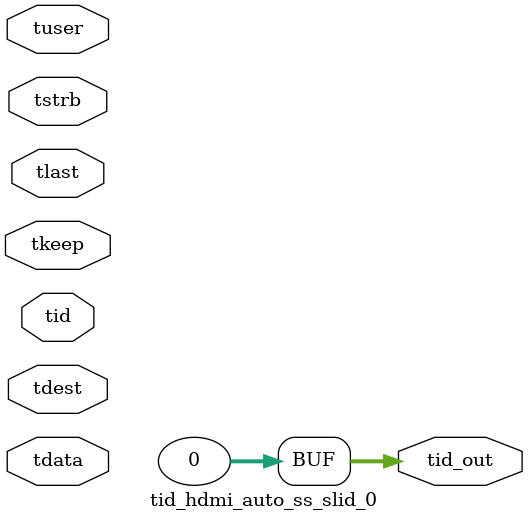
<source format=v>


`timescale 1ps/1ps

module tid_hdmi_auto_ss_slid_0 #
(
parameter C_S_AXIS_TID_WIDTH   = 1,
parameter C_S_AXIS_TUSER_WIDTH = 0,
parameter C_S_AXIS_TDATA_WIDTH = 0,
parameter C_S_AXIS_TDEST_WIDTH = 0,
parameter C_M_AXIS_TID_WIDTH   = 32
)
(
input  [(C_S_AXIS_TID_WIDTH   == 0 ? 1 : C_S_AXIS_TID_WIDTH)-1:0       ] tid,
input  [(C_S_AXIS_TDATA_WIDTH == 0 ? 1 : C_S_AXIS_TDATA_WIDTH)-1:0     ] tdata,
input  [(C_S_AXIS_TUSER_WIDTH == 0 ? 1 : C_S_AXIS_TUSER_WIDTH)-1:0     ] tuser,
input  [(C_S_AXIS_TDEST_WIDTH == 0 ? 1 : C_S_AXIS_TDEST_WIDTH)-1:0     ] tdest,
input  [(C_S_AXIS_TDATA_WIDTH/8)-1:0 ] tkeep,
input  [(C_S_AXIS_TDATA_WIDTH/8)-1:0 ] tstrb,
input                                                                    tlast,
output [(C_M_AXIS_TID_WIDTH   == 0 ? 1 : C_M_AXIS_TID_WIDTH)-1:0       ] tid_out
);

assign tid_out = {1'b0};

endmodule


</source>
